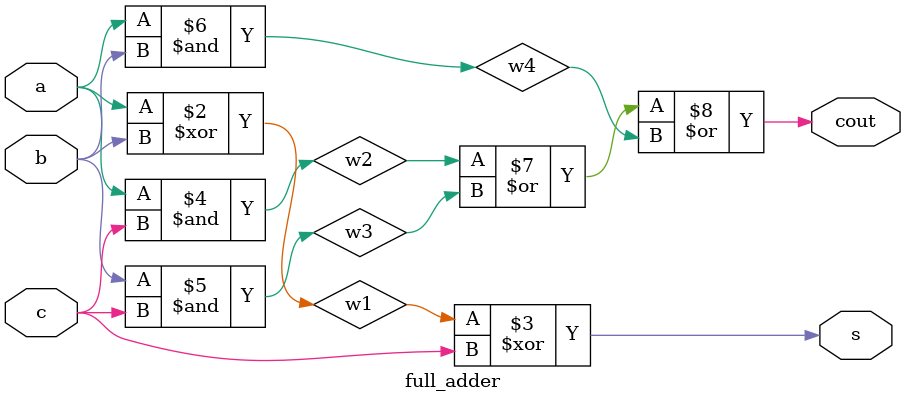
<source format=v>
	
	`timescale 1ns/1ns
	module testbench();
	
		wire[15:0] x,y,s;
		wire cin,cout;
			test_adder test (x,y,s,cout,cin);
			sixteen_bit_adder adder (x,y,s,cout,cin);
	endmodule
	
	
		module test_adder(a,b,s,cout,cin);
			input[15:0] s;  //sum
			input cout;   	//carry out
			output[15:0] a,b;	//a_in, b_in
			output cin;			//carry_in
			reg[15:0] a,b;
			reg cin;			//carry_in
	//	initial
	//		begin
	
		//	$monitor($time," a=%h, b=%h, c=%b, sum=%h, carry=%b ",a,b,cin,s,cout);
		//	$display($time," a=%h, b=%h, c=%h, sum=%h, carry=%b ",a,b,cin,s,cout);
	
				integer i,file ;
	            initial begin 
				file=$fopen("rca.txt");
   
				$fwrite(file,$time," a=%d, b=%d, c=%b, sum=%d, carry=%b\n ",a,b,cin,s,cout);
	
				for(i=0;i<5000;i=i+1)
				begin
	
				#10 a=$urandom%30000;b=$urandom%30000;cin=0;
				$fwrite(file,$time,$time," a=%d, b=%d, c=%b, sum=%d, carry=%b\n ",a,b,cin,s,cout);
			end
			$finish	;
//	end
			end
	endmodule
	
	
	
	
	module sixteen_bit_adder(input[15:0]x,y,output[15:0]s,output cout,input cin);
		wire[15:0] c;
		
		full_adder FA0(x[0],y[0],cin,s[0],c[0]),
				   FA1(x[1],y[1],c[0],s[1],c[1]),
				   FA2(x[2],y[2],c[1],s[2],c[2]),
				   FA3(x[3],y[3],c[2],s[3],c[3]),
				   
				   FA4(x[4],y[4],c[3],s[4],c[4]),
				   FA5(x[5],y[5],c[4],s[5],c[5]),
				   FA6(x[6],y[6],c[5],s[6],c[6]),
				   FA7(x[7],y[7],c[6],s[7],c[7]),
					
				   FA8(x[8],y[8],c[7],s[8],c[8]),
				   FA9(x[9],y[9],c[8],s[9],c[9]),
				   FA10(x[10],y[10],c[9],s[10],c[10]),
				   FA11(x[11],y[11],c[10],s[11],c[11]),
				   
				   FA12(x[12],y[12],c[11],s[12],c[12]),
				   FA13(x[13],y[13],c[12],s[13],c[13]),
				   FA14(x[14],y[14],c[13],s[14],c[14]),
				   FA15(x[15],y[15],c[14],s[15],cout);
	endmodule
	
	
/*** full adder ***/
	module full_adder(a,b,c,s,cout);
		input a,b,c;
		output s,cout;
	
			xor #1 (w1,a,b),
			       (s,w1,c);
			and #1 (w2,a,c),
				   (w3,b,c),
				   (w4,a,b);
			or  #1 (cout,w2,w3,w4);
		
	endmodule	
</source>
